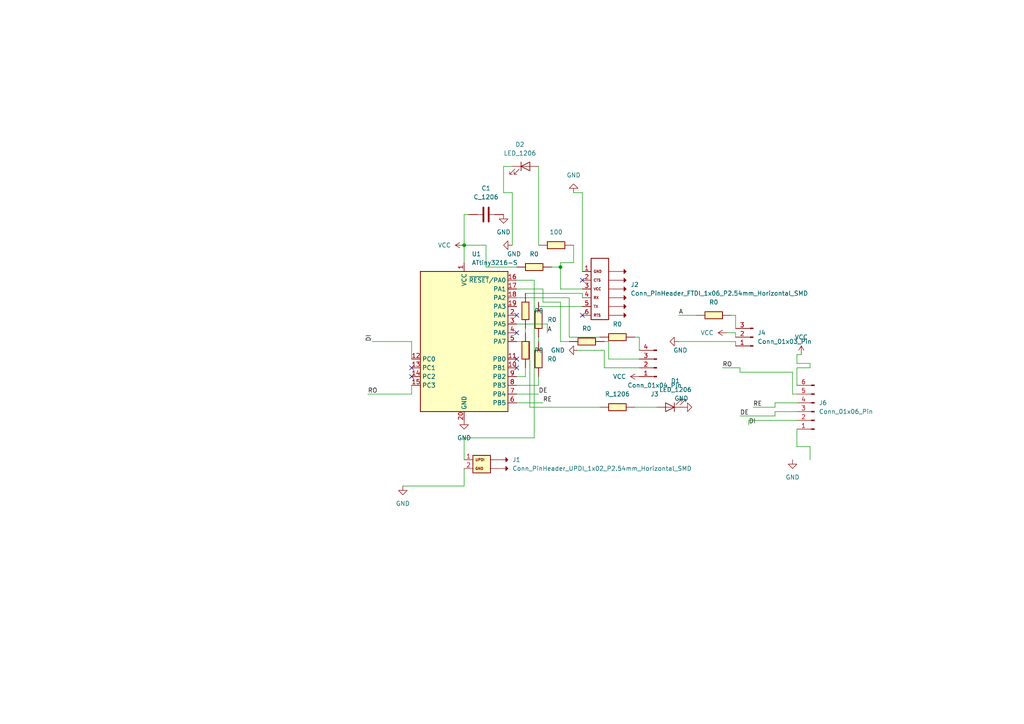
<source format=kicad_sch>
(kicad_sch (version 20230121) (generator eeschema)
  (paper "A4")
  (lib_symbols
    (symbol "Connector:Conn_01x03_Pin" (pin_names (offset 1.016) hide)
      (property "Reference" "J" (at 0 5.08 0))
      (property "Value" "Conn_01x03_Pin" (at 0 -5.08 0))
      (symbol "Conn_01x03_Pin_1_1"
        (polyline (pts (xy 1.27 -2.54) (xy 0.8636 -2.54)) (stroke (width 0.1524)))
        (polyline (pts (xy 1.27 0) (xy 0.8636 0)) (stroke (width 0.1524)))
        (polyline (pts (xy 1.27 2.54) (xy 0.8636 2.54)) (stroke (width 0.1524)))
        (rectangle (start 0.8636 -2.413) (end 0 -2.667) (stroke (width 0.1524)) (fill (type outline)))
        (rectangle (start 0.8636 0.127) (end 0 -0.127) (stroke (width 0.1524)) (fill (type outline)))
        (rectangle (start 0.8636 2.667) (end 0 2.413) (stroke (width 0.1524)) (fill (type outline)))
        (pin passive line (at 5.08 2.54 180) (length 3.81) (name "Pin_1") (number "1"))
        (pin passive line (at 5.08 0 180) (length 3.81) (name "Pin_2") (number "2"))
        (pin passive line (at 5.08 -2.54 180) (length 3.81) (name "Pin_3") (number "3"))
      )
    )
    (symbol "Connector:Conn_01x04_Pin" (pin_names (offset 1.016) hide)
      (property "Reference" "J" (at 0 5.08 0))
      (property "Value" "Conn_01x04_Pin" (at 0 -7.62 0))
      (symbol "Conn_01x04_Pin_1_1"
        (polyline (pts (xy 1.27 -5.08) (xy 0.8636 -5.08)) (stroke (width 0.1524)))
        (polyline (pts (xy 1.27 -2.54) (xy 0.8636 -2.54)) (stroke (width 0.1524)))
        (polyline (pts (xy 1.27 0) (xy 0.8636 0)) (stroke (width 0.1524)))
        (polyline (pts (xy 1.27 2.54) (xy 0.8636 2.54)) (stroke (width 0.1524)))
        (rectangle (start 0.8636 -4.953) (end 0 -5.207) (stroke (width 0.1524)) (fill (type outline)))
        (rectangle (start 0.8636 -2.413) (end 0 -2.667) (stroke (width 0.1524)) (fill (type outline)))
        (rectangle (start 0.8636 0.127) (end 0 -0.127) (stroke (width 0.1524)) (fill (type outline)))
        (rectangle (start 0.8636 2.667) (end 0 2.413) (stroke (width 0.1524)) (fill (type outline)))
        (pin passive line (at 5.08 2.54 180) (length 3.81) (name "Pin_1") (number "1"))
        (pin passive line (at 5.08 0 180) (length 3.81) (name "Pin_2") (number "2"))
        (pin passive line (at 5.08 -2.54 180) (length 3.81) (name "Pin_3") (number "3"))
        (pin passive line (at 5.08 -5.08 180) (length 3.81) (name "Pin_4") (number "4"))
      )
    )
    (symbol "Connector:Conn_01x06_Pin" (pin_names (offset 1.016) hide)
      (property "Reference" "J" (at 0 7.62 0))
      (property "Value" "Conn_01x06_Pin" (at 0 -10.16 0))
      (symbol "Conn_01x06_Pin_1_1"
        (polyline (pts (xy 1.27 -7.62) (xy 0.8636 -7.62)) (stroke (width 0.1524)))
        (polyline (pts (xy 1.27 -5.08) (xy 0.8636 -5.08)) (stroke (width 0.1524)))
        (polyline (pts (xy 1.27 -2.54) (xy 0.8636 -2.54)) (stroke (width 0.1524)))
        (polyline (pts (xy 1.27 0) (xy 0.8636 0)) (stroke (width 0.1524)))
        (polyline (pts (xy 1.27 2.54) (xy 0.8636 2.54)) (stroke (width 0.1524)))
        (polyline (pts (xy 1.27 5.08) (xy 0.8636 5.08)) (stroke (width 0.1524)))
        (rectangle (start 0.8636 -7.493) (end 0 -7.747) (stroke (width 0.1524)) (fill (type outline)))
        (rectangle (start 0.8636 -4.953) (end 0 -5.207) (stroke (width 0.1524)) (fill (type outline)))
        (rectangle (start 0.8636 -2.413) (end 0 -2.667) (stroke (width 0.1524)) (fill (type outline)))
        (rectangle (start 0.8636 0.127) (end 0 -0.127) (stroke (width 0.1524)) (fill (type outline)))
        (rectangle (start 0.8636 2.667) (end 0 2.413) (stroke (width 0.1524)) (fill (type outline)))
        (rectangle (start 0.8636 5.207) (end 0 4.953) (stroke (width 0.1524)) (fill (type outline)))
        (pin passive line (at 5.08 5.08 180) (length 3.81) (name "Pin_1") (number "1"))
        (pin passive line (at 5.08 2.54 180) (length 3.81) (name "Pin_2") (number "2"))
        (pin passive line (at 5.08 0 180) (length 3.81) (name "Pin_3") (number "3"))
        (pin passive line (at 5.08 -2.54 180) (length 3.81) (name "Pin_4") (number "4"))
        (pin passive line (at 5.08 -5.08 180) (length 3.81) (name "Pin_5") (number "5"))
        (pin passive line (at 5.08 -7.62 180) (length 3.81) (name "Pin_6") (number "6"))
      )
    )
    (symbol "MCU_Microchip_ATtiny:ATtiny3216-S"
      (property "Reference" "U" (at -12.7 21.59 0))
      (property "Value" "ATtiny3216-S" (at 2.54 -21.59 0))
      (symbol "ATtiny3216-S_0_1"
        (rectangle (start -12.7 -20.32) (end 12.7 20.32) (stroke (width 0.254)) (fill (type background)))
      )
      (symbol "ATtiny3216-S_1_1"
        (pin power_in line (at 0 22.86 270) (length 2.54) (name "VCC") (number "1"))
        (pin bidirectional line (at 15.24 -7.62 180) (length 2.54) (name "PB1") (number "10"))
        (pin bidirectional line (at 15.24 -5.08 180) (length 2.54) (name "PB0") (number "11"))
        (pin bidirectional line (at -15.24 -5.08 0) (length 2.54) (name "PC0") (number "12"))
        (pin bidirectional line (at -15.24 -7.62 0) (length 2.54) (name "PC1") (number "13"))
        (pin bidirectional line (at -15.24 -10.16 0) (length 2.54) (name "PC2") (number "14"))
        (pin bidirectional line (at -15.24 -12.7 0) (length 2.54) (name "PC3") (number "15"))
        (pin bidirectional line (at 15.24 17.78 180) (length 2.54) (name "~{RESET}/PA0") (number "16"))
        (pin bidirectional line (at 15.24 15.24 180) (length 2.54) (name "PA1") (number "17"))
        (pin bidirectional line (at 15.24 12.7 180) (length 2.54) (name "PA2") (number "18"))
        (pin bidirectional line (at 15.24 10.16 180) (length 2.54) (name "PA3") (number "19"))
        (pin bidirectional line (at 15.24 7.62 180) (length 2.54) (name "PA4") (number "2"))
        (pin power_in line (at 0 -22.86 90) (length 2.54) (name "GND") (number "20"))
        (pin bidirectional line (at 15.24 5.08 180) (length 2.54) (name "PA5") (number "3"))
        (pin bidirectional line (at 15.24 2.54 180) (length 2.54) (name "PA6") (number "4"))
        (pin bidirectional line (at 15.24 0 180) (length 2.54) (name "PA7") (number "5"))
        (pin bidirectional line (at 15.24 -17.78 180) (length 2.54) (name "PB5") (number "6"))
        (pin bidirectional line (at 15.24 -15.24 180) (length 2.54) (name "PB4") (number "7"))
        (pin bidirectional line (at 15.24 -12.7 180) (length 2.54) (name "PB3") (number "8"))
        (pin bidirectional line (at 15.24 -10.16 180) (length 2.54) (name "PB2") (number "9"))
      )
    )
    (symbol "fab:C_1206" (pin_numbers hide)
      (property "Reference" "C" (at 0.635 2.54 0))
      (property "Value" "C_1206" (at 0.635 -2.54 0))
      (symbol "C_1206_0_1"
        (polyline (pts (xy -2.032 -0.762) (xy 2.032 -0.762)) (stroke (width 0.508)))
        (polyline (pts (xy -2.032 0.762) (xy 2.032 0.762)) (stroke (width 0.508)))
        (polyline (pts (xy 0 -0.635) (xy 0 -2.54)))
        (polyline (pts (xy 0 0.635) (xy 0 2.54)))
      )
      (symbol "C_1206_1_1"
        (pin passive line (at 0 5.08 270) (length 2.54) (name "~") (number "1"))
        (pin passive line (at 0 -5.08 90) (length 2.54) (name "~") (number "2"))
      )
    )
    (symbol "fab:Conn_PinHeader_FTDI_1x06_P2.54mm_Horizontal_SMD"
      (property "Reference" "J" (at 0 10.16 0))
      (property "Value" "Conn_PinHeader_FTDI_1x06_P2.54mm_Horizontal_SMD" (at 0 -10.16 0))
      (symbol "Conn_PinHeader_FTDI_1x06_P2.54mm_Horizontal_SMD_0_0"
        (polyline (pts (xy 2.54 -7.62) (xy 7.62 -7.62)))
        (polyline (pts (xy 2.54 -5.08) (xy 7.62 -5.08)))
        (polyline (pts (xy 2.54 -2.54) (xy 7.62 -2.54)))
        (polyline (pts (xy 2.54 0) (xy 7.62 0)))
        (polyline (pts (xy 2.54 2.54) (xy 7.62 2.54)))
        (polyline (pts (xy 2.54 5.08) (xy 7.62 5.08)))
        (polyline (pts (xy 6.985 -6.985) (xy 7.62 -7.62) (xy 6.985 -8.255) (xy 6.985 -6.985)) (fill (type outline)))
        (polyline (pts (xy 6.985 -4.445) (xy 7.62 -5.08) (xy 6.985 -5.715) (xy 6.985 -4.445)) (fill (type outline)))
        (polyline (pts (xy 6.985 -1.905) (xy 7.62 -2.54) (xy 6.985 -3.175) (xy 6.985 -1.905)) (fill (type outline)))
        (polyline (pts (xy 6.985 0.635) (xy 7.62 0) (xy 6.985 -0.635) (xy 6.985 0.635)) (fill (type outline)))
        (polyline (pts (xy 6.985 3.175) (xy 7.62 2.54) (xy 6.985 1.905) (xy 6.985 3.175)) (fill (type outline)))
        (polyline (pts (xy 6.985 5.715) (xy 7.62 5.08) (xy 6.985 4.445) (xy 6.985 5.715)) (fill (type outline)))
        (text "CTS" (at -1.905 2.54 0) (effects (font (size 0.75 0.75)) (justify left)))
        (text "GND" (at -1.905 5.08 0) (effects (font (size 0.75 0.75)) (justify left)))
        (text "RTS" (at -1.905 -7.62 0) (effects (font (size 0.75 0.75)) (justify left)))
        (text "RX" (at -1.905 -2.54 0) (effects (font (size 0.75 0.75)) (justify left)))
        (text "TX" (at -1.905 -5.08 0) (effects (font (size 0.75 0.75)) (justify left)))
        (text "VCC" (at -1.905 0 0) (effects (font (size 0.75 0.75)) (justify left)))
      )
      (symbol "Conn_PinHeader_FTDI_1x06_P2.54mm_Horizontal_SMD_1_0"
        (rectangle (start -2.54 8.89) (end 2.54 -8.89) (stroke (width 0.254)))
      )
      (symbol "Conn_PinHeader_FTDI_1x06_P2.54mm_Horizontal_SMD_1_1"
        (pin passive line (at -5.08 5.08 0) (length 2.54) (name "") (number "1"))
        (pin passive line (at -5.08 2.54 0) (length 2.54) (name "") (number "2"))
        (pin passive line (at -5.08 0 0) (length 2.54) (name "") (number "3"))
        (pin passive line (at -5.08 -2.54 0) (length 2.54) (name "") (number "4"))
        (pin passive line (at -5.08 -5.08 0) (length 2.54) (name "") (number "5"))
        (pin passive line (at -5.08 -7.62 0) (length 2.54) (name "") (number "6"))
      )
    )
    (symbol "fab:Conn_PinHeader_UPDI_1x02_P2.54mm_Horizontal_SMD"
      (property "Reference" "J" (at 0 3.81 0))
      (property "Value" "Conn_PinHeader_UPDI_1x02_P2.54mm_Horizontal_SMD" (at 0 -3.81 0))
      (symbol "Conn_PinHeader_UPDI_1x02_P2.54mm_Horizontal_SMD_0_0"
        (rectangle (start -2.54 2.54) (end 2.54 -2.54) (stroke (width 0.254)) (fill (type background)))
        (polyline (pts (xy 2.54 -1.27) (xy 7.62 -1.27)))
        (polyline (pts (xy 2.54 1.27) (xy 7.62 1.27)))
        (polyline (pts (xy 6.985 -0.635) (xy 7.62 -1.27) (xy 6.985 -1.905) (xy 6.985 -0.635)) (fill (type outline)))
        (polyline (pts (xy 6.985 1.905) (xy 7.62 1.27) (xy 6.985 0.635) (xy 6.985 1.905)) (fill (type outline)))
        (text "GND" (at -1.905 -1.27 0) (effects (font (size 0.75 0.75)) (justify left)))
        (text "UPDI" (at -1.905 1.27 0) (effects (font (size 0.75 0.75)) (justify left)))
      )
      (symbol "Conn_PinHeader_UPDI_1x02_P2.54mm_Horizontal_SMD_1_1"
        (pin passive line (at -5.08 1.27 0) (length 2.54) (name "") (number "1"))
        (pin passive line (at -5.08 -1.27 0) (length 2.54) (name "") (number "2"))
      )
    )
    (symbol "fab:LED_1206" (pin_numbers hide) (pin_names (offset 1.016) hide)
      (property "Reference" "D" (at 0 2.54 0))
      (property "Value" "LED_1206" (at 0 -2.54 0))
      (symbol "LED_1206_0_1"
        (polyline (pts (xy -1.27 -1.27) (xy -1.27 1.27)) (stroke (width 0.2032)))
        (polyline (pts (xy -1.27 0) (xy 1.27 0)))
        (polyline (pts (xy 1.27 -1.27) (xy 1.27 1.27) (xy -1.27 0) (xy 1.27 -1.27)) (stroke (width 0.2032)))
        (polyline (pts (xy -3.048 -0.762) (xy -4.572 -2.286) (xy -3.81 -2.286) (xy -4.572 -2.286) (xy -4.572 -1.524)))
        (polyline (pts (xy -1.778 -0.762) (xy -3.302 -2.286) (xy -2.54 -2.286) (xy -3.302 -2.286) (xy -3.302 -1.524)))
      )
      (symbol "LED_1206_1_1"
        (pin passive line (at -3.81 0 0) (length 2.54) (name "K") (number "1"))
        (pin passive line (at 3.81 0 180) (length 2.54) (name "A") (number "2"))
      )
    )
    (symbol "fab:R_1206" (pin_numbers hide) (pin_names (offset 0))
      (property "Reference" "R" (at 2.54 0 90))
      (property "Value" "R_1206" (at -2.54 0 90))
      (symbol "R_1206_0_1"
        (rectangle (start -1.016 -2.54) (end 1.016 2.54) (stroke (width 0.254)) (fill (type background)))
      )
      (symbol "R_1206_1_1"
        (pin passive line (at 0 5.08 270) (length 2.54) (name "~") (number "1"))
        (pin passive line (at 0 -5.08 90) (length 2.54) (name "~") (number "2"))
      )
    )
    (symbol "power:GND" (power) (pin_names (offset 0))
      (property "Value" "GND" (at 0 -3.81 0))
      (symbol "GND_0_1"
        (polyline (pts (xy 0 0) (xy 0 -1.27) (xy 1.27 -1.27) (xy 0 -2.54) (xy -1.27 -1.27) (xy 0 -1.27)))
      )
      (symbol "GND_1_1"
        (pin power_in line (at 0 0 270) (length 0) hide (name "GND") (number "1"))
      )
    )
    (symbol "power:VCC" (power) (pin_names (offset 0))
      (property "Value" "VCC" (at 0 3.81 0))
      (symbol "VCC_0_1"
        (polyline (pts (xy -0.762 1.27) (xy 0 2.54)))
        (polyline (pts (xy 0 0) (xy 0 2.54)))
        (polyline (pts (xy 0 2.54) (xy 0.762 1.27)))
      )
      (symbol "VCC_1_1"
        (pin power_in line (at 0 0 90) (length 0) hide (name "VCC") (number "1"))
      )
    )
  )
  (junction (at 162.56 77.47))
  (junction (at 134.62 71.12))
  (no_connect (at 149.86 91.44))
  (no_connect (at 149.86 104.14))
  (no_connect (at 168.91 91.44))
  (no_connect (at 168.91 81.28))
  (no_connect (at 149.86 106.68))
  (no_connect (at 149.86 96.52))
  (no_connect (at 119.38 106.68))
  (no_connect (at 119.38 109.22))
  (wire (pts (xy 165.1 99.06) (xy 162.56 99.06)))
  (wire (pts (xy 156.21 48.26) (xy 156.21 71.12)))
  (wire (pts (xy 119.38 114.3) (xy 119.38 111.76)))
  (wire (pts (xy 217.17 121.92) (xy 217.17 123.19)))
  (wire (pts (xy 162.56 87.63) (xy 157.48 87.63)))
  (wire (pts (xy 229.87 114.3) (xy 231.14 114.3)))
  (wire (pts (xy 157.48 87.63) (xy 157.48 83.82)))
  (wire (pts (xy 184.15 118.11) (xy 190.5 118.11)))
  (wire (pts (xy 134.62 62.23) (xy 135.89 62.23)))
  (wire (pts (xy 168.91 78.74) (xy 168.91 55.88)))
  (wire (pts (xy 231.14 105.41) (xy 231.14 102.87)))
  (wire (pts (xy 166.37 76.2) (xy 162.56 76.2)))
  (wire (pts (xy 234.95 133.35) (xy 234.95 129.54)))
  (wire (pts (xy 173.99 118.11) (xy 153.67 118.11)))
  (wire (pts (xy 146.05 55.88) (xy 146.05 48.26)))
  (wire (pts (xy 149.86 86.36) (xy 165.1 86.36)))
  (wire (pts (xy 214.63 107.95) (xy 229.87 107.95)))
  (wire (pts (xy 146.05 48.26) (xy 148.59 48.26)))
  (wire (pts (xy 134.62 140.97) (xy 116.84 140.97)))
  (wire (pts (xy 140.97 77.47) (xy 140.97 71.12)))
  (wire (pts (xy 229.87 107.95) (xy 229.87 114.3)))
  (wire (pts (xy 153.67 99.06) (xy 149.86 99.06)))
  (wire (pts (xy 156.21 111.76) (xy 149.86 111.76)))
  (wire (pts (xy 214.63 120.65) (xy 224.79 120.65)))
  (wire (pts (xy 234.95 105.41) (xy 231.14 105.41)))
  (wire (pts (xy 167.64 101.6) (xy 175.26 101.6)))
  (wire (pts (xy 119.38 104.14) (xy 119.38 99.06)))
  (wire (pts (xy 152.4 95.25) (xy 152.4 96.52)))
  (wire (pts (xy 162.56 99.06) (xy 162.56 87.63)))
  (wire (pts (xy 176.53 104.14) (xy 185.42 104.14)))
  (wire (pts (xy 217.17 121.92) (xy 231.14 121.92)))
  (wire (pts (xy 153.67 118.11) (xy 153.67 99.06)))
  (wire (pts (xy 234.95 106.68) (xy 234.95 105.41)))
  (wire (pts (xy 152.4 106.68) (xy 152.4 109.22)))
  (wire (pts (xy 166.37 71.12) (xy 166.37 76.2)))
  (wire (pts (xy 165.1 86.36) (xy 165.1 97.79)))
  (wire (pts (xy 231.14 102.87) (xy 232.41 102.87)))
  (wire (pts (xy 152.4 109.22) (xy 149.86 109.22)))
  (wire (pts (xy 234.95 129.54) (xy 231.14 129.54)))
  (wire (pts (xy 158.75 93.98) (xy 158.75 96.52)))
  (wire (pts (xy 213.36 91.44) (xy 213.36 95.25)))
  (wire (pts (xy 149.86 77.47) (xy 140.97 77.47)))
  (wire (pts (xy 224.79 119.38) (xy 231.14 119.38)))
  (wire (pts (xy 213.36 99.06) (xy 213.36 100.33)))
  (wire (pts (xy 165.1 97.79) (xy 173.99 97.79)))
  (wire (pts (xy 156.21 97.79) (xy 156.21 99.06)))
  (wire (pts (xy 185.42 97.79) (xy 185.42 101.6)))
  (wire (pts (xy 156.21 109.22) (xy 156.21 111.76)))
  (wire (pts (xy 218.44 118.11) (xy 224.79 118.11)))
  (wire (pts (xy 209.55 106.68) (xy 214.63 106.68)))
  (wire (pts (xy 210.82 96.52) (xy 213.36 96.52)))
  (wire (pts (xy 214.63 106.68) (xy 214.63 107.95)))
  (wire (pts (xy 162.56 83.82) (xy 162.56 77.47)))
  (wire (pts (xy 149.86 114.3) (xy 156.21 114.3)))
  (wire (pts (xy 212.09 91.44) (xy 213.36 91.44)))
  (wire (pts (xy 152.4 85.09) (xy 168.91 85.09)))
  (wire (pts (xy 148.59 55.88) (xy 146.05 55.88)))
  (wire (pts (xy 231.14 106.68) (xy 234.95 106.68)))
  (wire (pts (xy 168.91 85.09) (xy 168.91 86.36)))
  (wire (pts (xy 168.91 83.82) (xy 162.56 83.82)))
  (wire (pts (xy 213.36 96.52) (xy 213.36 97.79)))
  (wire (pts (xy 154.94 81.28) (xy 149.86 81.28)))
  (wire (pts (xy 140.97 71.12) (xy 134.62 71.12)))
  (wire (pts (xy 134.62 71.12) (xy 134.62 76.2)))
  (wire (pts (xy 175.26 101.6) (xy 175.26 106.68)))
  (wire (pts (xy 184.15 97.79) (xy 185.42 97.79)))
  (wire (pts (xy 168.91 88.9) (xy 156.21 88.9)))
  (wire (pts (xy 175.26 106.68) (xy 185.42 106.68)))
  (wire (pts (xy 156.21 87.63) (xy 156.21 88.9)))
  (wire (pts (xy 134.62 127) (xy 154.94 127)))
  (wire (pts (xy 154.94 127) (xy 154.94 81.28)))
  (wire (pts (xy 224.79 118.11) (xy 224.79 116.84)))
  (wire (pts (xy 107.95 99.06) (xy 119.38 99.06)))
  (wire (pts (xy 224.79 116.84) (xy 231.14 116.84)))
  (wire (pts (xy 149.86 116.84) (xy 157.48 116.84)))
  (wire (pts (xy 106.68 114.3) (xy 119.38 114.3)))
  (wire (pts (xy 149.86 93.98) (xy 158.75 93.98)))
  (wire (pts (xy 231.14 129.54) (xy 231.14 124.46)))
  (wire (pts (xy 224.79 120.65) (xy 224.79 119.38)))
  (wire (pts (xy 231.14 111.76) (xy 231.14 106.68)))
  (wire (pts (xy 157.48 83.82) (xy 149.86 83.82)))
  (wire (pts (xy 148.59 55.88) (xy 148.59 71.12)))
  (wire (pts (xy 196.85 91.44) (xy 201.93 91.44)))
  (wire (pts (xy 134.62 135.89) (xy 134.62 140.97)))
  (wire (pts (xy 176.53 104.14) (xy 176.53 99.06)))
  (wire (pts (xy 134.62 133.35) (xy 134.62 127)))
  (wire (pts (xy 196.85 99.06) (xy 213.36 99.06)))
  (wire (pts (xy 162.56 77.47) (xy 160.02 77.47)))
  (wire (pts (xy 162.56 77.47) (xy 162.56 76.2)))
  (wire (pts (xy 168.91 55.88) (xy 166.37 55.88)))
  (wire (pts (xy 134.62 62.23) (xy 134.62 71.12)))
  (wire (pts (xy 176.53 99.06) (xy 175.26 99.06)))
  (label "DI" (at 217.17 123.19 0))
  (label "DE" (at 214.63 120.65 0))
  (label "RO" (at 209.55 106.68 0))
  (label "DE" (at 156.21 114.3 0))
  (label "A" (at 196.85 91.44 0))
  (label "RE" (at 218.44 118.11 0))
  (label "DI" (at 107.95 99.06 90))
  (label "A" (at 158.75 96.52 0))
  (label "RE" (at 157.48 116.84 0))
  (label "RO" (at 106.68 114.3 0))
  (symbol (lib_id "fab:R_1206") (at 161.29 71.12 270) (unit 1)
    (property "Reference" "R2" (effects hide))
    (property "Value" "100" (at 161.29 67.31 90))
    (property "Footprint" "fab:R_1206" (effects hide))
  )
  (symbol (lib_id "fab:R_1206") (at 152.4 90.17 0) (unit 1)
    (property "Reference" "R9" (effects hide))
    (property "Value" "R0" (at 154.94 90.17 0) (effects (justify left)))
    (property "Footprint" "fab:R_1206" (effects hide))
  )
  (symbol (lib_id "fab:R_1206") (at 154.94 77.47 270) (unit 1)
    (property "Reference" "R7" (effects hide))
    (property "Value" "R0" (at 154.94 73.6968 90))
    (property "Footprint" "fab:R_1206" (effects hide))
  )
  (symbol (lib_id "fab:R_1206") (at 207.01 91.44 270) (unit 1)
    (property "Reference" "R10" (effects hide))
    (property "Value" "R0" (at 207.01 87.6668 90))
    (property "Footprint" "fab:R_1206" (effects hide))
  )
  (symbol (lib_id "fab:R_1206") (at 179.07 118.11 270) (unit 1)
    (property "Reference" "R1" (effects hide))
    (property "Value" "R_1206" (at 179.07 114.3 90))
    (property "Footprint" "fab:R_1206" (effects hide))
  )
  (symbol (lib_id "fab:R_1206") (at 156.21 92.71 0) (unit 1)
    (property "Reference" "R8" (effects hide))
    (property "Value" "R0" (at 158.75 92.71 0) (effects (justify left)))
    (property "Footprint" "fab:R_1206" (effects hide))
  )
  (symbol (lib_id "MCU_Microchip_ATtiny:ATtiny3216-S") (at 134.62 99.06 0) (unit 1)
    (property "Reference" "U1" (at 136.8141 73.66 0) (effects (justify left)))
    (property "Value" "ATtiny3216-S" (at 136.8141 76.2 0) (effects (justify left)))
    (property "Footprint" "Package_SO:SOIC-20W_7.5x12.8mm_P1.27mm" (effects hide))
    (property "Datasheet" "http://ww1.microchip.com/downloads/en/DeviceDoc/ATtiny3216_ATtiny1616-data-sheet-40001997B.pdf" (effects hide))
  )
  (symbol (lib_id "power:VCC") (at 210.82 96.52 90) (unit 1)
    (property "Reference" "#PWR08" (effects hide))
    (property "Value" "VCC" (at 207.01 96.52 90) (effects (justify left)))
  )
  (symbol (lib_id "power:GND") (at 148.59 71.12 270) (unit 1)
    (property "Reference" "#PWR013" (effects hide))
    (property "Value" "GND" (at 151.13 73.66 90) (effects (justify right)))
  )
  (symbol (lib_id "Connector:Conn_01x03_Pin") (at 218.44 97.79 180) (unit 1)
    (property "Reference" "J4" (at 219.71 96.52 0) (effects (justify right)))
    (property "Value" "Conn_01x03_Pin" (at 219.71 99.06 0) (effects (justify right)))
    (property "Footprint" "fab:PinHeader_1x03_P2.54mm_Horizontal_SMD" (effects hide))
  )
  (symbol (lib_id "power:GND") (at 198.12 118.11 90) (unit 1)
    (property "Reference" "#PWR09" (effects hide))
    (property "Value" "GND" (at 195.58 115.57 90) (effects (justify right)))
  )
  (symbol (lib_id "Connector:Conn_01x06_Pin") (at 236.22 119.38 180) (unit 1)
    (property "Reference" "J6" (at 237.49 116.84 0) (effects (justify right)))
    (property "Value" "Conn_01x06_Pin" (at 237.49 119.38 0) (effects (justify right)))
    (property "Footprint" "fab:PinHeader_1x06_P2.54mm_Horizontal_SMD" (effects hide))
  )
  (symbol (lib_id "power:VCC") (at 185.42 109.22 90) (unit 1)
    (property "Reference" "#PWR07" (effects hide))
    (property "Value" "VCC" (at 181.61 109.22 90) (effects (justify left)))
  )
  (symbol (lib_id "power:GND") (at 196.85 99.06 270) (unit 1)
    (property "Reference" "#PWR04" (effects hide))
    (property "Value" "GND" (at 199.39 101.6 90) (effects (justify right)))
  )
  (symbol (lib_id "fab:LED_1206") (at 152.4 48.26 0) (unit 1)
    (property "Reference" "D2" (at 150.7998 41.91 0))
    (property "Value" "LED_1206" (at 150.7998 44.45 0))
    (property "Footprint" "fab:LED_1206" (effects hide))
    (property "Datasheet" "https://optoelectronics.liteon.com/upload/download/DS-22-98-0002/LTST-C150CKT.pdf" (effects hide))
  )
  (symbol (lib_id "power:GND") (at 134.62 121.92 0) (unit 1)
    (property "Reference" "#PWR011" (effects hide))
    (property "Value" "GND" (at 134.62 127 0))
  )
  (symbol (lib_id "fab:C_1206") (at 140.97 62.23 90) (unit 1)
    (property "Reference" "C1" (at 140.97 54.61 90))
    (property "Value" "C_1206" (at 140.97 57.15 90))
    (property "Footprint" "fab:C_1206" (effects hide))
    (property "Datasheet" "https://www.yageo.com/upload/media/product/productsearch/datasheet/mlcc/UPY-GP_NP0_16V-to-50V_18.pdf" (effects hide))
  )
  (symbol (lib_id "power:VCC") (at 232.41 102.87 0) (unit 1)
    (property "Reference" "#PWR06" (effects hide))
    (property "Value" "VCC" (at 232.41 97.79 0))
  )
  (symbol (lib_id "fab:Conn_PinHeader_UPDI_1x02_P2.54mm_Horizontal_SMD") (at 139.7 134.62 0) (unit 1)
    (property "Reference" "J1" (at 148.59 133.35 0) (effects (justify left)))
    (property "Value" "Conn_PinHeader_UPDI_1x02_P2.54mm_Horizontal_SMD" (at 148.59 135.89 0) (effects (justify left)))
    (property "Footprint" "fab:PinHeader_1x02_P2.54mm_Horizontal_SMD" (effects hide))
  )
  (symbol (lib_id "Connector:Conn_01x04_Pin") (at 190.5 106.68 180) (unit 1)
    (property "Reference" "J3" (at 189.865 114.3 0))
    (property "Value" "Conn_01x04_Pin" (at 189.865 111.76 0))
    (property "Footprint" "fab:PinHeader_1x04_P2.54mm_Horizontal_SMD" (effects hide))
  )
  (symbol (lib_id "power:GND") (at 146.05 62.23 0) (unit 1)
    (property "Reference" "#PWR012" (effects hide))
    (property "Value" "GND" (at 146.05 67.31 0))
  )
  (symbol (lib_id "power:GND") (at 229.87 133.35 0) (unit 1)
    (property "Reference" "#PWR05" (effects hide))
    (property "Value" "GND" (at 229.87 138.43 0))
  )
  (symbol (lib_id "fab:R_1206") (at 170.18 99.06 270) (unit 1)
    (property "Reference" "R3" (effects hide))
    (property "Value" "R0" (at 170.18 95.2868 90))
    (property "Footprint" "fab:R_1206" (effects hide))
  )
  (symbol (lib_id "fab:LED_1206") (at 194.31 118.11 180) (unit 1)
    (property "Reference" "D1" (at 195.9102 110.49 0))
    (property "Value" "LED_1206" (at 195.9102 113.03 0))
    (property "Footprint" "fab:LED_1206" (effects hide))
    (property "Datasheet" "https://optoelectronics.liteon.com/upload/download/DS-22-98-0002/LTST-C150CKT.pdf" (effects hide))
  )
  (symbol (lib_id "fab:R_1206") (at 179.07 97.79 270) (unit 1)
    (property "Reference" "R4" (effects hide))
    (property "Value" "R0" (at 179.07 94.0168 90))
    (property "Footprint" "fab:R_1206" (effects hide))
  )
  (symbol (lib_id "fab:Conn_PinHeader_FTDI_1x06_P2.54mm_Horizontal_SMD") (at 173.99 83.82 0) (unit 1)
    (property "Reference" "J2" (at 182.88 82.55 0) (effects (justify left)))
    (property "Value" "Conn_PinHeader_FTDI_1x06_P2.54mm_Horizontal_SMD" (at 182.88 85.09 0) (effects (justify left)))
    (property "Footprint" "fab:PinHeader_1x06_P2.54mm_Horizontal_SMD" (effects hide))
  )
  (symbol (lib_id "power:GND") (at 166.37 55.88 180) (unit 1)
    (property "Reference" "#PWR02" (effects hide))
    (property "Value" "GND" (at 166.37 50.8 0))
  )
  (symbol (lib_id "fab:R_1206") (at 156.21 104.14 0) (unit 1)
    (property "Reference" "R5" (effects hide))
    (property "Value" "R0" (at 158.75 104.14 0) (effects (justify left)))
    (property "Footprint" "fab:R_1206" (effects hide))
  )
  (symbol (lib_id "power:VCC") (at 134.62 71.12 90) (unit 1)
    (property "Reference" "#PWR010" (effects hide))
    (property "Value" "VCC" (at 130.81 71.12 90) (effects (justify left)))
  )
  (symbol (lib_id "power:GND") (at 167.64 101.6 270) (unit 1)
    (property "Reference" "#PWR03" (effects hide))
    (property "Value" "GND" (at 163.83 101.6 90) (effects (justify right)))
  )
  (symbol (lib_id "fab:R_1206") (at 152.4 101.6 0) (unit 1)
    (property "Reference" "R6" (effects hide))
    (property "Value" "R0" (at 154.94 101.6 0) (effects (justify left)))
    (property "Footprint" "fab:R_1206" (effects hide))
  )
  (symbol (lib_id "power:GND") (at 116.84 140.97 0) (unit 1)
    (property "Reference" "#PWR01" (effects hide))
    (property "Value" "GND" (at 116.84 146.05 0))
  )
)
</source>
